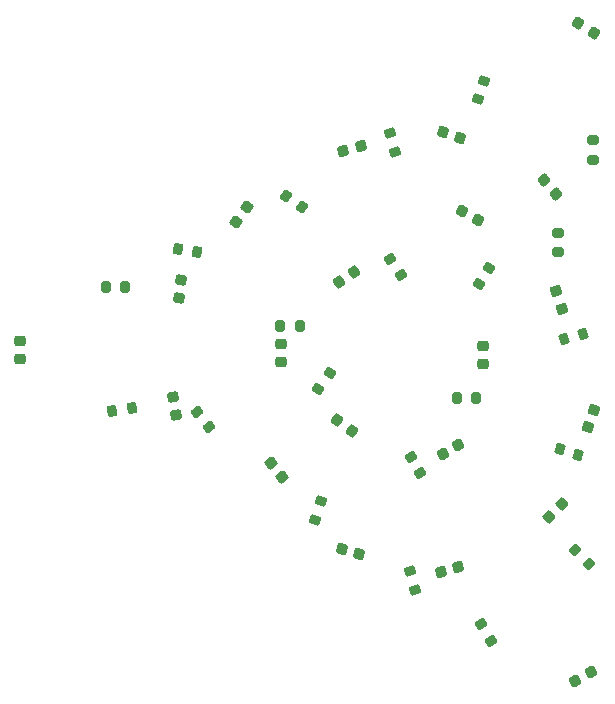
<source format=gbr>
%TF.GenerationSoftware,KiCad,Pcbnew,(6.0.2)*%
%TF.CreationDate,2022-03-26T22:50:30-07:00*%
%TF.ProjectId,triangle,74726961-6e67-46c6-952e-6b696361645f,rev?*%
%TF.SameCoordinates,Original*%
%TF.FileFunction,Paste,Top*%
%TF.FilePolarity,Positive*%
%FSLAX46Y46*%
G04 Gerber Fmt 4.6, Leading zero omitted, Abs format (unit mm)*
G04 Created by KiCad (PCBNEW (6.0.2)) date 2022-03-26 22:50:30*
%MOMM*%
%LPD*%
G01*
G04 APERTURE LIST*
G04 Aperture macros list*
%AMRoundRect*
0 Rectangle with rounded corners*
0 $1 Rounding radius*
0 $2 $3 $4 $5 $6 $7 $8 $9 X,Y pos of 4 corners*
0 Add a 4 corners polygon primitive as box body*
4,1,4,$2,$3,$4,$5,$6,$7,$8,$9,$2,$3,0*
0 Add four circle primitives for the rounded corners*
1,1,$1+$1,$2,$3*
1,1,$1+$1,$4,$5*
1,1,$1+$1,$6,$7*
1,1,$1+$1,$8,$9*
0 Add four rect primitives between the rounded corners*
20,1,$1+$1,$2,$3,$4,$5,0*
20,1,$1+$1,$4,$5,$6,$7,0*
20,1,$1+$1,$6,$7,$8,$9,0*
20,1,$1+$1,$8,$9,$2,$3,0*%
G04 Aperture macros list end*
%ADD10RoundRect,0.225000X-0.168235X0.291242X-0.307293X-0.136733X0.168235X-0.291242X0.307293X0.136733X0*%
%ADD11RoundRect,0.200000X-0.275000X0.200000X-0.275000X-0.200000X0.275000X-0.200000X0.275000X0.200000X0*%
%ADD12RoundRect,0.225000X0.069856X0.329006X-0.319856X0.104006X-0.069856X-0.329006X0.319856X-0.104006X0*%
%ADD13RoundRect,0.225000X0.147375X0.302334X-0.285193X0.178297X-0.147375X-0.302334X0.285193X-0.178297X0*%
%ADD14RoundRect,0.200000X-0.339982X0.006097X-0.110552X-0.321564X0.339982X-0.006097X0.110552X0.321564X0*%
%ADD15RoundRect,0.225000X-0.288261X-0.173293X0.142076X-0.304860X0.288261X0.173293X-0.142076X0.304860X0*%
%ADD16RoundRect,0.200000X0.319474X-0.116452X0.209219X0.268053X-0.319474X0.116452X-0.209219X-0.268053X0*%
%ADD17RoundRect,0.200000X0.209219X-0.268053X0.319474X0.116452X-0.209219X0.268053X-0.319474X-0.116452X0*%
%ADD18RoundRect,0.200000X-0.240557X-0.240327X0.154518X-0.302901X0.240557X0.240327X-0.154518X0.302901X0*%
%ADD19RoundRect,0.200000X-0.275191X-0.199737X0.105232X-0.323344X0.275191X0.199737X-0.105232X0.323344X0*%
%ADD20RoundRect,0.200000X-0.335876X-0.053033X-0.053033X-0.335876X0.335876X0.053033X0.053033X0.335876X0*%
%ADD21RoundRect,0.225000X0.335527X-0.023387X0.058479X0.331218X-0.335527X0.023387X-0.058479X-0.331218X0*%
%ADD22RoundRect,0.225000X-0.304860X0.142076X-0.173293X-0.288261X0.304860X-0.142076X0.173293X0.288261X0*%
%ADD23RoundRect,0.200000X0.339835X0.011705X0.093571X0.326909X-0.339835X-0.011705X-0.093571X-0.326909X0*%
%ADD24RoundRect,0.200000X-0.200000X-0.275000X0.200000X-0.275000X0.200000X0.275000X-0.200000X0.275000X0*%
%ADD25RoundRect,0.225000X0.285193X0.178297X-0.147375X0.302334X-0.285193X-0.178297X0.147375X-0.302334X0*%
%ADD26RoundRect,0.225000X-0.336341X-0.000075X-0.035232X-0.334490X0.336341X0.000075X0.035232X0.334490X0*%
%ADD27RoundRect,0.225000X0.064250X-0.330147X0.335067X0.029239X-0.064250X0.330147X-0.335067X-0.029239X0*%
%ADD28RoundRect,0.225000X0.250000X-0.225000X0.250000X0.225000X-0.250000X0.225000X-0.250000X-0.225000X0*%
%ADD29RoundRect,0.225000X-0.147375X-0.302334X0.285193X-0.178297X0.147375X0.302334X-0.285193X0.178297X0*%
%ADD30RoundRect,0.200000X0.338157X-0.035705X0.138157X0.310705X-0.338157X0.035705X-0.138157X-0.310705X0*%
%ADD31RoundRect,0.200000X-0.138157X0.310705X-0.338157X-0.035705X0.138157X-0.310705X0.338157X0.035705X0*%
%ADD32RoundRect,0.200000X0.110859X0.321458X-0.271663X0.204509X-0.110859X-0.321458X0.271663X-0.204509X0*%
%ADD33RoundRect,0.200000X0.104923X-0.323444X0.340037X0.000162X-0.104923X0.323444X-0.340037X-0.000162X0*%
%ADD34RoundRect,0.225000X-0.017678X0.335876X-0.335876X0.017678X0.017678X-0.335876X0.335876X-0.017678X0*%
%ADD35RoundRect,0.225000X-0.319856X-0.104006X0.069856X-0.329006X0.319856X0.104006X-0.069856X0.329006X0*%
%ADD36RoundRect,0.225000X-0.040915X-0.333843X0.327703X-0.075733X0.040915X0.333843X-0.327703X0.075733X0*%
%ADD37RoundRect,0.200000X0.149208X0.305552X-0.244715X0.236092X-0.149208X-0.305552X0.244715X-0.236092X0*%
%ADD38RoundRect,0.200000X0.204509X-0.271663X0.321458X0.110859X-0.204509X0.271663X-0.321458X-0.110859X0*%
%ADD39RoundRect,0.225000X-0.250000X0.225000X-0.250000X-0.225000X0.250000X-0.225000X0.250000X0.225000X0*%
%ADD40RoundRect,0.225000X0.211724X-0.261338X0.282120X0.183121X-0.211724X0.261338X-0.282120X-0.183121X0*%
%ADD41RoundRect,0.225000X-0.323291X-0.092780X0.058331X-0.331244X0.323291X0.092780X-0.058331X0.331244X0*%
%ADD42RoundRect,0.225000X0.328975X0.070003X-0.035083X0.334506X-0.328975X-0.070003X0.035083X-0.334506X0*%
%ADD43RoundRect,0.200000X-0.325226X-0.099262X-0.005772X-0.339988X0.325226X0.099262X0.005772X0.339988X0*%
%ADD44RoundRect,0.225000X0.285273X-0.178170X0.207131X0.264994X-0.285273X0.178170X-0.207131X-0.264994X0*%
G04 APERTURE END LIST*
D10*
%TO.C,C12*%
X159000000Y-88550000D03*
X158521024Y-90024138D03*
%TD*%
D11*
%TO.C,R15*%
X158950000Y-65700000D03*
X158950000Y-67350000D03*
%TD*%
D12*
%TO.C,C4*%
X147550000Y-91550000D03*
X146207660Y-92325000D03*
%TD*%
D13*
%TO.C,C9*%
X147550000Y-101850000D03*
X146060044Y-102277238D03*
%TD*%
D14*
%TO.C,R2*%
X141753598Y-75748400D03*
X142700000Y-77100000D03*
%TD*%
D15*
%TO.C,C16*%
X146217728Y-65046824D03*
X147700000Y-65500000D03*
%TD*%
D16*
%TO.C,R17*%
X142200000Y-66700000D03*
X141745198Y-65113918D03*
%TD*%
D17*
%TO.C,R8*%
X135445198Y-97886082D03*
X135900000Y-96300000D03*
%TD*%
D18*
%TO.C,R19*%
X123800000Y-74900000D03*
X125429686Y-75158116D03*
%TD*%
D19*
%TO.C,R12*%
X156130756Y-91890122D03*
X157700000Y-92400000D03*
%TD*%
D20*
%TO.C,R11*%
X157433274Y-100433274D03*
X158600000Y-101600000D03*
%TD*%
D11*
%TO.C,R14*%
X156000000Y-73550000D03*
X156000000Y-75200000D03*
%TD*%
D21*
%TO.C,C7*%
X132600000Y-94250000D03*
X131645724Y-93028584D03*
%TD*%
D16*
%TO.C,R9*%
X143900000Y-103800000D03*
X143445198Y-102213918D03*
%TD*%
D22*
%TO.C,C13*%
X155823412Y-78508864D03*
X156276588Y-79991136D03*
%TD*%
D23*
%TO.C,R7*%
X126400000Y-90000000D03*
X125384158Y-88699782D03*
%TD*%
D24*
%TO.C,R1*%
X147400000Y-87550000D03*
X149050000Y-87550000D03*
%TD*%
D25*
%TO.C,C8*%
X139139956Y-100777238D03*
X137650000Y-100350000D03*
%TD*%
D26*
%TO.C,C14*%
X154812848Y-69098126D03*
X155850000Y-70250000D03*
%TD*%
D24*
%TO.C,R6*%
X132450000Y-81450000D03*
X134100000Y-81450000D03*
%TD*%
D27*
%TO.C,C18*%
X128750000Y-72650000D03*
X129682814Y-71412114D03*
%TD*%
D28*
%TO.C,C6*%
X132500000Y-84500000D03*
X132500000Y-82950000D03*
%TD*%
D29*
%TO.C,C17*%
X137800000Y-66600000D03*
X139289956Y-66172762D03*
%TD*%
D28*
%TO.C,C20*%
X110450000Y-84250000D03*
X110450000Y-82700000D03*
%TD*%
D30*
%TO.C,R4*%
X144325000Y-93928942D03*
X143500000Y-92500000D03*
%TD*%
D31*
%TO.C,R5*%
X150100000Y-76500000D03*
X149275000Y-77928942D03*
%TD*%
D32*
%TO.C,R13*%
X158100000Y-82100000D03*
X156522098Y-82582414D03*
%TD*%
D33*
%TO.C,R3*%
X135686800Y-86766400D03*
X136656646Y-85431522D03*
%TD*%
D34*
%TO.C,C11*%
X156346016Y-96553984D03*
X155250000Y-97650000D03*
%TD*%
D35*
%TO.C,C5*%
X147857660Y-71725000D03*
X149200000Y-72500000D03*
%TD*%
D36*
%TO.C,C2*%
X137430314Y-77739044D03*
X138700000Y-76850000D03*
%TD*%
D30*
%TO.C,R10*%
X150300000Y-108100000D03*
X149475000Y-106671058D03*
%TD*%
D37*
%TO.C,R21*%
X119874932Y-88363480D03*
X118250000Y-88650000D03*
%TD*%
D38*
%TO.C,R16*%
X149200000Y-62250000D03*
X149682414Y-60672098D03*
%TD*%
D39*
%TO.C,C1*%
X149600000Y-83100000D03*
X149600000Y-84650000D03*
%TD*%
D40*
%TO.C,C19*%
X123857526Y-79080916D03*
X124100000Y-77550000D03*
%TD*%
D41*
%TO.C,C15*%
X157700000Y-55778626D03*
X159014474Y-56600000D03*
%TD*%
D42*
%TO.C,C3*%
X138553976Y-90311068D03*
X137300000Y-89400000D03*
%TD*%
D12*
%TO.C,C10*%
X158750000Y-110700000D03*
X157407660Y-111475000D03*
%TD*%
D24*
%TO.C,R20*%
X117700000Y-78150000D03*
X119350000Y-78150000D03*
%TD*%
D43*
%TO.C,R18*%
X132982252Y-70407006D03*
X134300000Y-71400000D03*
%TD*%
D44*
%TO.C,C21*%
X123634577Y-89013226D03*
X123365423Y-87486774D03*
%TD*%
M02*

</source>
